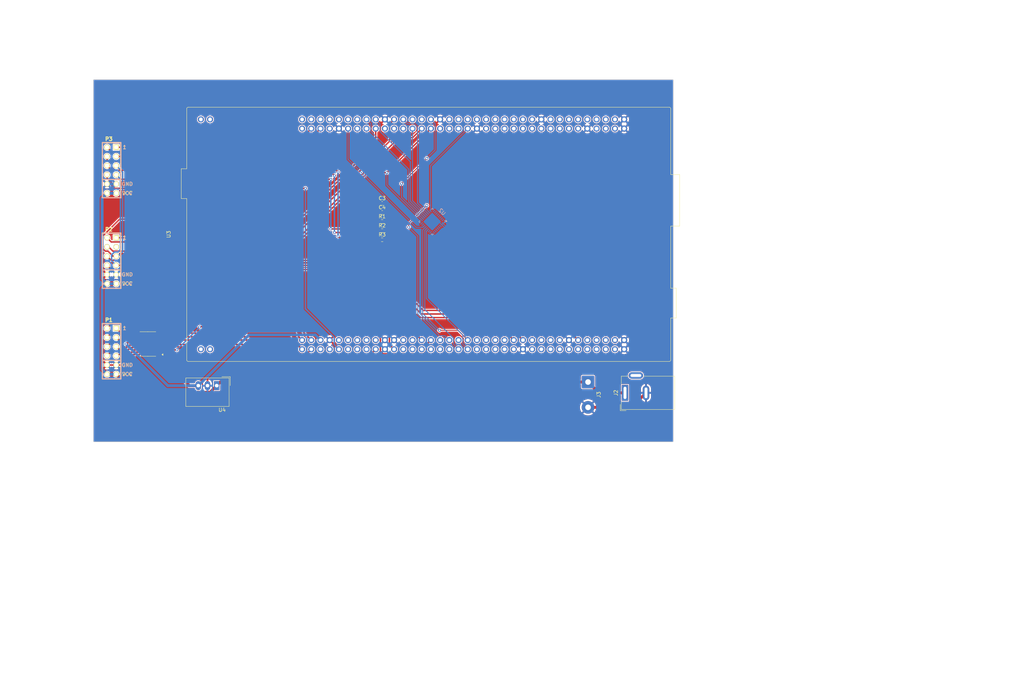
<source format=kicad_pcb>
(kicad_pcb (version 20240108) (generator "pcbnew") (generator_version "8.0")
  (layers (0 "F.Cu" signal) (31 "B.Cu" signal) (34 "B.Paste" user) (35 "F.Paste" user) (36 "B.SilkS" user "B.Silkscreen") (37 "F.SilkS" user "F.Silkscreen") (38 "B.Mask" user) (39 "F.Mask" user) (44 "Edge.Cuts" user))
  (net 0 "")
  (net 1 "GND")
  (net 11 "+5VD")
  (net 16 "Net-(U2-VDDA1.8)")
  (net 26 "SAI_SD_B")
  (net 37 "ULPI_D5")
  (net 44 "SAI_SCK_A")
  (net 46 "ULPI_D1")
  (net 48 "40 m")
  (net 54 "30 m")
  (net 57 "20 m")
  (net 58 "USB_DM")
  (net 64 "TX~{RX}")
  (net 68 "17 m")
  (net 69 "Net-(C2-Pad1)")
  (net 70 "15 m")
  (net 71 "ULPI_STP")
  (net 76 "SAI_FS_A")
  (net 77 "12 m")
  (net 80 "10 m")
  (net 84 "SAI_SD_A")
  (net 87 "~{CS}")
  (net 88 "SCLK")
  (net 91 "~{RESET}")
  (net 98 "MISO")
  (net 99 "MOSI")
  (net 101 "ULPI_D6")
  (net 105 "+3.3V")
  (net 110 "SAI_SCK_B")
  (net 114 "SAI_MCLK_B")
  (net 119 "ULPI_RESET")
  (net 122 "+12V")
  (net 123 "SDA")
  (net 124 "TX_I")
  (net 125 "TX_Q")
  (net 126 "RX_Q")
  (net 127 "RX_I")
  (net 129 "INT")
  (net 130 "SCL")
  (net 131 "ULPI_D4")
  (net 132 "ULPI_D0")
  (net 133 "ULPI_D3")
  (net 134 "ULPI_NXT")
  (net 135 "USB_DP")
  (net 137 "Net-(U2-XI)")
  (net 138 "USB_VBUS")
  (net 139 "ULPI_D2")
  (net 140 "ULPI_CLKOUT")
  (net 141 "Net-(U2-XO)")
  (net 142 "Net-(U2-RBIAS)")
  (net 143 "ULPI_DIR")
  (net 144 "Net-(J1-VBUS)")
  (net 149 "SAI_FS_B")
  (net 150 "SAI_MCLK_A")
  (net 151 "UI0")
  (net 152 "UI1")
  (footprint "Resistor_SMD:R_0603_1608Metric" (layer "F.Cu") (at 95.41 61.396)
    (property "Reference" "R3")
    (property "Value" "R")
  )
  (footprint "Capacitor_SMD:C_0603_1608Metric" (layer "F.Cu") (at 95.41 51.356)
    (property "Reference" "C3")
    (property "Value" "C")
  )
  (footprint "Package_SO:HTSSOP-20-1EP_4.4x6.5mm_P0.65mm_EP2.85x4mm" (layer "F.Cu") (at 30.735 90.186 180)
    (property "Reference" "U1" (hide yes))
    (property "Value" "MAX4820xUP")
  )
  (footprint "Resistor_SMD:R_0603_1608Metric" (layer "F.Cu") (at 95.41 58.886)
    (property "Reference" "R2")
    (property "Value" "R")
  )
  (footprint "Capacitor_SMD:C_0603_1608Metric" (layer "F.Cu") (at 95.41 53.866)
    (property "Reference" "C4")
    (property "Value" "C")
  )
  (footprint "Converter_DCDC:Converter_DCDC_TRACO_TSR-1_THT" (layer "F.Cu") (at 49.735 101.686 180)
    (property "Reference" "U4")
    (property "Value" "TSR_1-2450")
  )
  (footprint "pmod-conn_6x2:pmod_pin_array_6x2" (layer "F.Cu") (at 20.735 92.186)
    (property "Reference" "P1")
    (property "Value" "PMOD-Device-x2-Type-Generic-Alt" (hide yes))
  )
  (footprint "Connector_Wire:SolderWire-0.75sqmm_1x02_P7mm_D1.25mm_OD3.5mm" (layer "F.Cu") (at 152.235 100.686 -90)
    (property "Reference" "J3")
    (property "Value" "Conn_01x02")
  )
  (footprint "pmod-conn_6x2:pmod_pin_array_6x2" (layer "F.Cu") (at 20.735 67.186)
    (property "Reference" "P2")
    (property "Value" "PMOD-Device-x2-Type-Generic-Alt" (hide yes))
  )
  (footprint "Resistor_SMD:R_0603_1608Metric" (layer "F.Cu") (at 95.41 56.376)
    (property "Reference" "R1")
    (property "Value" "12 kR 1%")
  )
  (footprint "Connector_BarrelJack:BarrelJack_Wuerth_6941xx301002" (layer "F.Cu") (at 162.435 103.686 90)
    (property "Reference" "J2")
    (property "Value" "Barrel_Jack_Switch")
  )
  (footprint "pmod-conn_6x2:pmod_pin_array_6x2" (layer "F.Cu") (at 20.735 42.186)
    (property "Reference" "P3")
    (property "Value" "PMOD-Device-x2-Type-Generic-Alt" (hide yes))
  )
  (footprint "Module:ST_Morpho_Connector_144_STLink" (layer "F.Cu") (at 73.305 91.646 90)
    (property "Reference" "U3")
    (property "Value" "NUCLEO144-F767ZI")
  )
  (footprint "Package_DFN_QFN:QFN-32-1EP_5x5mm_P0.5mm_EP3.45x3.45mm" (layer "B.Cu") (at 109.235 56.396 135)
    (property "Reference" "U2")
    (property "Value" "USB3300-EZK")
  )
  (gr_rect (start 15.735 17.186) (end 175.735 117.186) (stroke (width 0.1)) (fill none) (layer "Edge.Cuts"))
  (segment (start 22.005 95.996) (end 27.325 95.996) (width 0.4) (layer "F.Cu") (net 1))
  (segment (start 27.8725 87.911) (end 28.669878 87.911) (width 0.4) (layer "F.Cu") (net 1))
  (segment (start 152.235 107.686) (end 164.235 107.686) (width 0.8) (layer "F.Cu") (net 1))
  (segment (start 27.8725 91.811) (end 29.11 91.811) (width 0.4) (layer "F.Cu") (net 1))
  (segment (start 32.800122 87.911) (end 30.735 89.976122) (width 0.4) (layer "F.Cu") (net 1))
  (segment (start 164.235 107.686) (end 168.235 103.686) (width 0.8) (layer "F.Cu") (net 1))
  (segment (start 30.735 92.586) (end 30.735 90.186) (width 0.4) (layer "F.Cu") (net 1))
  (segment (start 28.669878 87.911) (end 30.735 89.976122) (width 0.4) (layer "F.Cu") (net 1))
  (segment (start 19.465 95.996) (end 22.005 95.996) (width 0.4) (layer "F.Cu") (net 1))
  (segment (start 29.11 91.811) (end 30.735 90.186) (width 0.4) (layer "F.Cu") (net 1))
  (segment (start 27.325 95.996) (end 30.735 92.586) (width 0.4) (layer "F.Cu") (net 1))
  (segment (start 33.5975 87.911) (end 32.800122 87.911) (width 0.4) (layer "F.Cu") (net 1))
  (segment (start 30.735 89.976122) (end 30.735 90.186) (width 0.4) (layer "F.Cu") (net 1))
  (segment (start 19.465 45.996) (end 22.005 45.996) (width 0.8) (layer "B.Cu") (net 1))
  (segment (start 44.655 101.686) (end 42.1725 101.686) (width 0.8) (layer "F.Cu") (net 11))
  (segment (start 33.5975 92.461) (end 33.5975 93.111) (width 0.4) (layer "F.Cu") (net 11))
  (segment (start 25.06 89.861) (end 24.735 90.186) (width 0.4) (layer "F.Cu") (net 11))
  (segment (start 42.1725 101.686) (end 33.5975 93.111) (width 0.8) (layer "F.Cu") (net 11))
  (segment (start 27.8725 89.861) (end 25.06 89.861) (width 0.4) (layer "F.Cu") (net 11))
  (via (at 24.735 90.186) (size 0.8) (drill 0.4) (layers "F.Cu" "B.Cu") (net 11))
  (segment (start 76.935 87.656) (end 58.685 87.656) (width 0.8) (layer "B.Cu") (net 11))
  (segment (start 36.235 101.686) (end 44.655 101.686) (width 0.8) (layer "B.Cu") (net 11))
  (segment (start 58.685 87.656) (end 44.655 101.686) (width 0.8) (layer "B.Cu") (net 11))
  (segment (start 24.735 90.186) (end 36.235 101.686) (width 0.8) (layer "B.Cu") (net 11))
  (segment (start 78.385 89.106) (end 76.935 87.656) (width 0.8) (layer "B.Cu") (net 11))
  (segment (start 19.465 44.352683) (end 20.735 45.622683) (width 0.4) (layer "F.Cu") (net 26))
  (segment (start 40.735 47.186) (end 74.235 47.186) (width 0.4) (layer "F.Cu") (net 26))
  (segment (start 20.735 46.369317) (end 21.551683 47.186) (width 0.4) (layer "F.Cu") (net 26))
  (segment (start 21.551683 47.186) (end 40.735 47.186) (width 0.4) (layer "F.Cu") (net 26))
  (segment (start 20.735 45.622683) (end 20.735 46.369317) (width 0.4) (layer "F.Cu") (net 26))
  (segment (start 19.465 43.456) (end 19.465 44.352683) (width 0.4) (layer "F.Cu") (net 26))
  (via (at 74.235 47.186) (size 0.8) (drill 0.4) (layers "F.Cu" "B.Cu") (net 26))
  (segment (start 74.235 47.186) (end 74.235 80.456) (width 0.4) (layer "B.Cu") (net 26))
  (segment (start 82.175 90.356) (end 83.465 91.646) (width 0.4) (layer "B.Cu") (net 26))
  (segment (start 74.235 80.456) (end 82.175 88.396) (width 0.4) (layer "B.Cu") (net 26))
  (segment (start 82.175 88.396) (end 82.175 90.356) (width 0.4) (layer "B.Cu") (net 26))
  (segment (start 91.085 28.146) (end 92.26 29.321) (width 0.25) (layer "B.Cu") (net 37))
  (segment (start 92.26 29.321) (end 92.26 31.421) (width 0.25) (layer "B.Cu") (net 37))
  (segment (start 92.26 31.421) (end 102.735 41.896) (width 0.25) (layer "B.Cu") (net 37))
  (segment (start 102.735 50.95666) (end 106.981097 55.202757) (width 0.25) (layer "B.Cu") (net 37))
  (segment (start 102.735 41.896) (end 102.735 50.95666) (width 0.25) (layer "B.Cu") (net 37))
  (segment (start 20.735 41.289317) (end 21.631683 42.186) (width 0.4) (layer "F.Cu") (net 44))
  (segment (start 21.631683 42.186) (end 40.235 42.186) (width 0.4) (layer "F.Cu") (net 44))
  (segment (start 80.735 42.186) (end 82.235 43.686) (width 0.4) (layer "F.Cu") (net 44))
  (segment (start 82.235 59.396) (end 83.735 59.396) (width 0.4) (layer "F.Cu") (net 44))
  (segment (start 106.235 81.896) (end 127.055 81.896) (width 0.4) (layer "F.Cu") (net 44))
  (segment (start 19.465 39.272683) (end 20.735 40.542683) (width 0.4) (layer "F.Cu") (net 44))
  (segment (start 40.235 42.186) (end 80.735 42.186) (width 0.4) (layer "F.Cu") (net 44))
  (segment (start 83.735 59.396) (end 106.235 81.896) (width 0.4) (layer "F.Cu") (net 44))
  (segment (start 127.055 81.896) (end 134.265 89.106) (width 0.4) (layer "F.Cu") (net 44))
  (segment (start 20.735 40.542683) (end 20.735 41.289317) (width 0.4) (layer "F.Cu") (net 44))
  (segment (start 19.465 38.376) (end 19.465 39.272683) (width 0.4) (layer "F.Cu") (net 44))
  (via (at 82.235 43.686) (size 0.8) (drill 0.4) (layers "F.Cu" "B.Cu") (net 44))
  (via (at 82.235 59.396) (size 0.8) (drill 0.4) (layers "F.Cu" "B.Cu") (net 44))
  (segment (start 82.235 43.686) (end 82.235 59.396) (width 0.4) (layer "B.Cu") (net 44))
  (segment (start 102.735 56.896) (end 107.735 51.896) (width 0.25) (layer "F.Cu") (net 46))
  (segment (start 102.735 57.896) (end 102.735 56.896) (width 0.25) (layer "F.Cu") (net 46))
  (via (at 102.735 57.896) (size 0.8) (drill 0.4) (layers "F.Cu" "B.Cu") (net 46))
  (via (at 107.735 51.896) (size 0.8) (drill 0.4) (layers "F.Cu" "B.Cu") (net 46))
  (segment (start 113.945 89.106) (end 112.77 87.931) (width 0.25) (layer "B.Cu") (net 46))
  (segment (start 112.77 87.931) (end 111.27 87.931) (width 0.25) (layer "B.Cu") (net 46))
  (segment (start 107.735 51.896) (end 107.735 53.128233) (width 0.25) (layer "B.Cu") (net 46))
  (segment (start 111.27 87.931) (end 105.235 81.896) (width 0.25) (layer "B.Cu") (net 46))
  (segment (start 105.235 60.396) (end 102.735 57.896) (width 0.25) (layer "B.Cu") (net 46))
  (segment (start 107.735 53.128233) (end 108.395311 53.788544) (width 0.25) (layer "B.Cu") (net 46))
  (segment (start 105.235 81.896) (end 105.235 60.396) (width 0.25) (layer "B.Cu") (net 46))
  (segment (start 27.8725 93.111) (end 22.35 93.111) (width 0.4) (layer "F.Cu") (net 48))
  (segment (start 22.35 93.111) (end 22.005 93.456) (width 0.4) (layer "F.Cu") (net 48))
  (segment (start 27.8725 92.461) (end 22.653317 92.461) (width 0.4) (layer "F.Cu") (net 54))
  (segment (start 22.378317 92.186) (end 20.735 92.186) (width 0.4) (layer "F.Cu") (net 54))
  (segment (start 22.653317 92.461) (end 22.378317 92.186) (width 0.4) (layer "F.Cu") (net 54))
  (segment (start 20.735 92.186) (end 19.465 93.456) (width 0.4) (layer "F.Cu") (net 54))
  (segment (start 25.440057 91.677999) (end 22.766999 91.677999) (width 0.4) (layer "F.Cu") (net 57))
  (segment (start 27.8725 91.161) (end 25.957056 91.161) (width 0.4) (layer "F.Cu") (net 57))
  (segment (start 25.957056 91.161) (end 25.440057 91.677999) (width 0.4) (layer "F.Cu") (net 57))
  (segment (start 22.766999 91.677999) (end 22.005 90.916) (width 0.4) (layer "F.Cu") (net 57))
  (segment (start 19.465 85.836) (end 20.627 84.674) (width 0.4) (layer "F.Cu") (net 64))
  (segment (start 31.0105 84.674) (end 33.5975 87.261) (width 0.4) (layer "F.Cu") (net 64))
  (segment (start 20.627 84.674) (end 31.0105 84.674) (width 0.4) (layer "F.Cu") (net 64))
  (segment (start 25.087082 91.036) (end 23.768317 91.036) (width 0.4) (layer "F.Cu") (net 68))
  (segment (start 27.8725 90.511) (end 25.612082 90.511) (width 0.4) (layer "F.Cu") (net 68))
  (segment (start 22.486317 89.754) (end 20.627 89.754) (width 0.4) (layer "F.Cu") (net 68))
  (segment (start 20.627 89.754) (end 19.465 90.916) (width 0.4) (layer "F.Cu") (net 68))
  (segment (start 25.612082 90.511) (end 25.087082 91.036) (width 0.4) (layer "F.Cu") (net 68))
  (segment (start 23.768317 91.036) (end 22.486317 89.754) (width 0.4) (layer "F.Cu") (net 68))
  (segment (start 25.962082 89.211) (end 25.587082 88.836) (width 0.4) (layer "F.Cu") (net 70))
  (segment (start 24.580919 89.137999) (end 22.766999 89.137999) (width 0.4) (layer "F.Cu") (net 70))
  (segment (start 25.587082 88.836) (end 24.882918 88.836) (width 0.4) (layer "F.Cu") (net 70))
  (segment (start 24.882918 88.836) (end 24.580919 89.137999) (width 0.4) (layer "F.Cu") (net 70))
  (segment (start 27.8725 89.211) (end 25.962082 89.211) (width 0.4) (layer "F.Cu") (net 70))
  (segment (start 22.766999 89.137999) (end 22.005 88.376) (width 0.4) (layer "F.Cu") (net 70))
  (segment (start 116.315 86.396) (end 111.235 86.396) (width 0.25) (layer "F.Cu") (net 71))
  (segment (start 119.025 89.106) (end 116.315 86.396) (width 0.25) (layer "F.Cu") (net 71))
  (via (at 111.235 86.396) (size 0.8) (drill 0.4) (layers "F.Cu" "B.Cu") (net 71))
  (segment (start 106.600843 58.676604) (end 107.334651 57.942796) (width 0.25) (layer "B.Cu") (net 71))
  (segment (start 111.235 86.396) (end 106.600843 81.761843) (width 0.25) (layer "B.Cu") (net 71))
  (segment (start 106.600843 81.761843) (end 106.600843 58.676604) (width 0.25) (layer "B.Cu") (net 71))
  (segment (start 125.515 82.896) (end 131.725 89.106) (width 0.4) (layer "F.Cu") (net 76))
  (segment (start 19.465 35.836) (end 20.627 36.998) (width 0.4) (layer "F.Cu") (net 76))
  (segment (start 25.135 41.586) (end 42.135 41.586) (width 0.4) (layer "F.Cu") (net 76))
  (segment (start 82.135 41.586) (end 83.235 42.686) (width 0.4) (layer "F.Cu") (net 76))
  (segment (start 21.303 39.754) (end 23.303 39.754) (width 0.4) (layer "F.Cu") (net 76))
  (segment (start 105.735 82.896) (end 125.515 82.896) (width 0.4) (layer "F.Cu") (net 76))
  (segment (start 42.135 41.586) (end 82.135 41.586) (width 0.4) (layer "F.Cu") (net 76))
  (segment (start 23.303 39.754) (end 25.135 41.586) (width 0.4) (layer "F.Cu") (net 76))
  (segment (start 20.627 39.078) (end 21.303 39.754) (width 0.4) (layer "F.Cu") (net 76))
  (segment (start 20.627 36.998) (end 20.627 39.078) (width 0.4) (layer "F.Cu") (net 76))
  (segment (start 83.235 60.396) (end 105.735 82.896) (width 0.4) (layer "F.Cu") (net 76))
  (via (at 83.235 60.396) (size 0.8) (drill 0.4) (layers "F.Cu" "B.Cu") (net 76))
  (via (at 83.235 42.686) (size 0.8) (drill 0.4) (layers "F.Cu" "B.Cu") (net 76))
  (segment (start 83.235 42.686) (end 83.235 60.396) (width 0.4) (layer "B.Cu") (net 76))
  (segment (start 24.38439 88.486) (end 23.758317 88.486) (width 0.4) (layer "F.Cu") (net 77))
  (segment (start 27.8725 88.561) (end 26.16061 88.561) (width 0.4) (layer "F.Cu") (net 77))
  (segment (start 26.16061 88.561) (end 25.83561 88.236) (width 0.4) (layer "F.Cu") (net 77))
  (segment (start 20.627 87.214) (end 19.465 88.376) (width 0.4) (layer "F.Cu") (net 77))
  (segment (start 24.63439 88.236) (end 24.38439 88.486) (width 0.4) (layer "F.Cu") (net 77))
  (segment (start 22.486317 87.214) (end 20.627 87.214) (width 0.4) (layer "F.Cu") (net 77))
  (segment (start 23.758317 88.486) (end 22.486317 87.214) (width 0.4) (layer "F.Cu") (net 77))
  (segment (start 25.83561 88.236) (end 24.63439 88.236) (width 0.4) (layer "F.Cu") (net 77))
  (segment (start 27.8725 87.261) (end 23.43 87.261) (width 0.4) (layer "F.Cu") (net 80))
  (segment (start 23.43 87.261) (end 22.005 85.836) (width 0.4) (layer "F.Cu") (net 80))
  (segment (start 106.735 80.896) (end 141.295 80.896) (width 0.4) (layer "F.Cu") (net 84))
  (segment (start 20.843 44.153317) (end 21.375683 44.686) (width 0.4) (layer "F.Cu") (net 84))
  (segment (start 84.235 58.396) (end 106.735 80.896) (width 0.4) (layer "F.Cu") (net 84))
  (segment (start 40.735 44.686) (end 81.235 44.686) (width 0.4) (layer "F.Cu") (net 84))
  (segment (start 20.843 42.294) (end 20.843 44.153317) (width 0.4) (layer "F.Cu") (net 84))
  (segment (start 81.235 58.396) (end 84.235 58.396) (width 0.4) (layer "F.Cu") (net 84))
  (segment (start 19.465 40.916) (end 20.843 42.294) (width 0.4) (layer "F.Cu") (net 84))
  (segment (start 141.295 80.896) (end 149.505 89.106) (width 0.4) (layer "F.Cu") (net 84))
  (segment (start 21.375683 44.686) (end 40.735 44.686) (width 0.4) (layer "F.Cu") (net 84))
  (via (at 81.235 44.686) (size 0.8) (drill 0.4) (layers "F.Cu" "B.Cu") (net 84))
  (via (at 81.235 58.396) (size 0.8) (drill 0.4) (layers "F.Cu" "B.Cu") (net 84))
  (segment (start 81.235 44.686) (end 81.235 58.396) (width 0.4) (layer "B.Cu") (net 84))
  (segment (start 38.382918 90.336) (end 69.378705 90.336) (width 0.4) (layer "F.Cu") (net 87))
  (segment (start 69.378705 90.336) (end 72.538705 93.496) (width 0.4) (layer "F.Cu") (net 87))
  (segment (start 37.557918 91.161) (end 38.382918 90.336) (width 0.4) (layer "F.Cu") (net 87))
  (segment (start 33.5975 91.161) (end 37.557918 91.161) (width 0.4) (layer "F.Cu") (net 87))
  (segment (start 72.538705 93.496) (end 91.775 93.496) (width 0.4) (layer "F.Cu") (net 87))
  (segment (start 91.775 93.496) (end 93.625 91.646) (width 0.4) (layer "F.Cu") (net 87))
  (segment (start 36.268406 88.186) (end 69.845 88.186) (width 0.4) (layer "F.Cu") (net 88))
  (segment (start 33.5975 89.861) (end 34.593406 89.861) (width 0.4) (layer "F.Cu") (net 88))
  (segment (start 69.845 88.186) (end 73.305 91.646) (width 0.4) (layer "F.Cu") (net 88))
  (segment (start 34.593406 89.861) (end 36.268406 88.186) (width 0.4) (layer "F.Cu") (net 88))
  (segment (start 75.845 89.106) (end 72.135 85.396) (width 0.4) (layer "F.Cu") (net 91))
  (segment (start 72.135 85.396) (end 45.15 85.396) (width 0.4) (layer "F.Cu") (net 91))
  (segment (start 33.5975 91.811) (end 38.735 91.811) (width 0.4) (layer "F.Cu") (net 91))
  (via (at 45.0475 85.4985) (size 0.8) (drill 0.4) (layers "F.Cu" "B.Cu") (net 91))
  (via (at 38.735 91.811) (size 0.8) (drill 0.4) (layers "F.Cu" "B.Cu") (net 91))
  (segment (start 45.15 85.396) (end 38.735 91.811) (width 0.4) (layer "B.Cu") (net 91))
  (segment (start 33.5975 89.211) (end 34.394878 89.211) (width 0.4) (layer "F.Cu") (net 98))
  (segment (start 71.385 87.186) (end 73.305 89.106) (width 0.4) (layer "F.Cu") (net 98))
  (segment (start 36.419878 87.186) (end 71.385 87.186) (width 0.4) (layer "F.Cu") (net 98))
  (segment (start 34.394878 89.211) (end 36.419878 87.186) (width 0.4) (layer "F.Cu") (net 98))
  (segment (start 36.835 89.086) (end 68.977233 89.086) (width 0.4) (layer "F.Cu") (net 99))
  (segment (start 72.787233 92.896) (end 74.595 92.896) (width 0.4) (layer "F.Cu") (net 99))
  (segment (start 33.5975 90.511) (end 35.41 90.511) (width 0.4) (layer "F.Cu") (net 99))
  (segment (start 68.977233 89.086) (end 72.787233 92.896) (width 0.4) (layer "F.Cu") (net 99))
  (segment (start 35.41 90.511) (end 36.835 89.086) (width 0.4) (layer "F.Cu") (net 99))
  (segment (start 74.595 92.896) (end 75.845 91.646) (width 0.4) (layer "F.Cu") (net 99))
  (segment (start 107.735 38.896) (end 100.735 45.896) (width 0.25) (layer "F.Cu") (net 101))
  (via (at 107.735 38.896) (size 0.8) (drill 0.4) (layers "F.Cu" "B.Cu") (net 101))
  (via (at 100.735 45.896) (size 0.8) (drill 0.4) (layers "F.Cu" "B.Cu") (net 101))
  (segment (start 100.735 45.896) (end 100.735 49.663767) (width 0.25) (layer "B.Cu") (net 101))
  (segment (start 110.04 29.321) (end 110.04 36.591) (width 0.25) (layer "B.Cu") (net 101))
  (segment (start 100.735 49.663767) (end 106.627544 55.556311) (width 0.25) (layer "B.Cu") (net 101))
  (segment (start 108.865 28.146) (end 110.04 29.321) (width 0.25) (layer "B.Cu") (net 101))
  (segment (start 110.04 36.591) (end 107.735 38.896) (width 0.25) (layer "B.Cu") (net 101))
  (segment (start 47.885 103.536) (end 27.005 103.536) (width 0.8) (layer "F.Cu") (net 122))
  (segment (start 27.005 103.536) (end 22.005 98.536) (width 0.8) (layer "F.Cu") (net 122))
  (segment (start 152.235 100.686) (end 50.735 100.686) (width 0.8) (layer "F.Cu") (net 122))
  (segment (start 50.735 100.686) (end 49.735 101.686) (width 0.8) (layer "F.Cu") (net 122))
  (segment (start 49.735 101.686) (end 47.885 103.536) (width 0.8) (layer "F.Cu") (net 122))
  (segment (start 162.435 103.686) (end 155.235 103.686) (width 0.8) (layer "F.Cu") (net 122))
  (segment (start 155.235 103.686) (end 152.235 100.686) (width 0.8) (layer "F.Cu") (net 122))
  (segment (start 22.005 48.536) (end 19.465 48.536) (width 0.8) (layer "B.Cu") (net 122))
  (segment (start 18.103 74.898) (end 18.103 97.174) (width 0.8) (layer "B.Cu") (net 122))
  (segment (start 18.103 97.174) (end 19.465 98.536) (width 0.8) (layer "B.Cu") (net 122))
  (segment (start 22.005 73.536) (end 19.465 73.536) (width 0.8) (layer "B.Cu") (net 122))
  (segment (start 19.465 73.536) (end 18.103 74.898) (width 0.8) (layer "B.Cu") (net 122))
  (segment (start 18.103 72.174) (end 19.465 73.536) (width 0.8) (layer "B.Cu") (net 122))
  (segment (start 22.005 98.536) (end 19.465 98.536) (width 0.8) (layer "B.Cu") (net 122))
  (segment (start 19.465 48.536) (end 18.103 49.898) (width 0.8) (layer "B.Cu") (net 122))
  (segment (start 18.103 49.898) (end 18.103 72.174) (width 0.8) (layer "B.Cu") (net 122))
  (segment (start 97.415 85.076) (end 81.13 68.791) (width 0.4) (layer "F.Cu") (net 123))
  (segment (start 98.705 91.646) (end 97.415 90.356) (width 0.4) (layer "F.Cu") (net 123))
  (segment (start 97.415 90.356) (end 97.415 85.076) (width 0.4) (layer "F.Cu") (net 123))
  (segment (start 80.795 68.456) (end 81.13 68.791) (width 0.4) (layer "F.Cu") (net 123))
  (segment (start 22.005 68.456) (end 80.795 68.456) (width 0.4) (layer "F.Cu") (net 123))
  (segment (start 23.167 44.618) (end 23.167 64.073317) (width 0.4) (layer "B.Cu") (net 123))
  (segment (start 22.005 43.456) (end 23.167 44.618) (width 0.4) (layer "B.Cu") (net 123))
  (segment (start 21.523683 64.754) (end 20.735 65.542683) (width 0.4) (layer "B.Cu") (net 123))
  (segment (start 20.735 65.542683) (end 20.735 67.186) (width 0.4) (layer "B.Cu") (net 123))
  (segment (start 23.167 64.073317) (end 22.486317 64.754) (width 0.4) (layer "B.Cu") (net 123))
  (segment (start 22.486317 64.754) (end 21.523683 64.754) (width 0.4) (layer "B.Cu") (net 123))
  (segment (start 20.735 67.186) (end 22.005 68.456) (width 0.4) (layer "B.Cu") (net 123))
  (segment (start 20.627 61.998) (end 19.465 60.836) (width 0.4) (layer "F.Cu") (net 124))
  (segment (start 100.047 33.186) (end 71.235 61.998) (width 0.4) (layer "F.Cu") (net 124))
  (segment (start 71.235 61.998) (end 20.627 61.998) (width 0.4) (layer "F.Cu") (net 124))
  (segment (start 106.325 30.686) (end 103.825 33.186) (width 0.4) (layer "F.Cu") (net 124))
  (segment (start 103.825 33.186) (end 100.047 33.186) (width 0.4) (layer "F.Cu") (net 124))
  (segment (start 108.865 30.686) (end 96.695 42.856) (width 0.4) (layer "F.Cu") (net 125))
  (segment (start 91.417 42.856) (end 69.735 64.538) (width 0.4) (layer "F.Cu") (net 125))
  (segment (start 19.925 63.376) (end 19.465 63.376) (width 0.4) (layer "F.Cu") (net 125))
  (segment (start 21.087 64.538) (end 19.925 63.376) (width 0.4) (layer "F.Cu") (net 125))
  (segment (start 96.695 42.856) (end 91.417 42.856) (width 0.4) (layer "F.Cu") (net 125))
  (segment (start 69.735 64.538) (end 21.087 64.538) (width 0.4) (layer "F.Cu") (net 125))
  (via (at 96.695 42.856) (size 0.8) (drill 0.4) (layers "F.Cu" "B.Cu") (net 125))
  (segment (start 96.695 46.330874) (end 96.695 42.856) (width 0.25) (layer "B.Cu") (net 125))
  (segment (start 106.27399 55.909864) (end 96.695 46.330874) (width 0.25) (layer "B.Cu") (net 125))
  (segment (start 77.353884 71.067116) (end 94.915 88.628233) (width 0.4) (layer "F.Cu") (net 126))
  (segment (start 19.465 68.456) (end 20.627 69.618) (width 0.4) (layer "F.Cu") (net 126))
  (segment (start 94.915 92.163767) (end 95.647233 92.896) (width 0.4) (layer "F.Cu") (net 126))
  (segment (start 94.915 88.628233) (end 94.915 92.163767) (width 0.4) (layer "F.Cu") (net 126))
  (segment (start 75.904768 69.618) (end 77.353884 71.067116) (width 0.4) (layer "F.Cu") (net 126))
  (segment (start 107.615 90.356) (end 108.865 89.106) (width 0.4) (layer "F.Cu") (net 126))
  (segment (start 107.615 92.123767) (end 107.615 90.356) (width 0.4) (layer "F.Cu") (net 126))
  (segment (start 20.627 69.618) (end 75.904768 69.618) (width 0.4) (layer "F.Cu") (net 126))
  (segment (start 95.647233 92.896) (end 106.842767 92.896) (width 0.4) (layer "F.Cu") (net 126))
  (segment (start 106.842767 92.896) (end 107.615 92.123767) (width 0.4) (layer "F.Cu") (net 126))
  (segment (start 20.627 67.078) (end 84.297 67.078) (width 0.4) (layer "F.Cu") (net 127))
  (segment (start 19.465 65.916) (end 20.627 67.078) (width 0.4) (layer "F.Cu") (net 127))
  (segment (start 84.57 67.351) (end 106.325 89.106) (width 0.4) (layer "F.Cu") (net 127))
  (segment (start 84.297 67.078) (end 84.57 67.351) (width 0.4) (layer "F.Cu") (net 127))
  (segment (start 97.455 34.176) (end 70.795 60.836) (width 0.4) (layer "F.Cu") (net 129))
  (segment (start 22.005 60.836) (end 70.735 60.836) (width 0.4) (layer "F.Cu") (net 129))
  (segment (start 97.455 29.396) (end 97.455 34.176) (width 0.4) (layer "F.Cu") (net 129))
  (segment (start 98.705 28.146) (end 97.455 29.396) (width 0.4) (layer "F.Cu") (net 129))
  (segment (start 70.795 60.836) (end 70.735 60.836) (width 0.4) (layer "F.Cu") (net 129))
  (segment (start 18.303 60.354683) (end 22.971683 55.686) (width 0.4) (layer "F.Cu") (net 130))
  (segment (start 19.730317 64.538) (end 18.983683 64.538) (width 0.4) (layer "F.Cu") (net 130))
  (segment (start 72.735 55.686) (end 72.235 55.686) (width 0.4) (layer "F.Cu") (net 130))
  (segment (start 22.971683 55.686) (end 72.235 55.686) (width 0.4) (layer "F.Cu") (net 130))
  (segment (start 21.108317 65.916) (end 19.730317 64.538) (width 0.4) (layer "F.Cu") (net 130))
  (segment (start 18.983683 64.538) (end 18.303 63.857317) (width 0.4) (layer "F.Cu") (net 130))
  (segment (start 18.303 63.857317) (end 18.303 60.354683) (width 0.4) (layer "F.Cu") (net 130))
  (segment (start 93.625 34.796) (end 72.735 55.686) (width 0.4) (layer "F.Cu") (net 130))
  (segment (start 22.005 65.916) (end 21.108317 65.916) (width 0.4) (layer "F.Cu") (net 130))
  (segment (start 93.625 30.686) (end 93.625 34.796) (width 0.4) (layer "F.Cu") (net 130))
  (segment (start 23.767 64.654) (end 22.505 65.916) (width 0.4) (layer "B.Cu") (net 130))
  (segment (start 23.767 42.678) (end 23.767 64.654) (width 0.4) (layer "B.Cu") (net 130))
  (segment (start 22.505 65.916) (end 22.005 65.916) (width 0.4) (layer "B.Cu") (net 130))
  (segment (start 22.005 40.916) (end 23.767 42.678) (width 0.4) (layer "B.Cu") (net 130))
  (segment (start 103.185 50.699553) (end 103.185 39.846) (width 0.25) (layer "B.Cu") (net 131))
  (segment (start 103.185 39.846) (end 94.8 31.461) (width 0.25) (layer "B.Cu") (net 131))
  (segment (start 107.334651 54.849204) (end 103.185 50.699553) (width 0.25) (layer "B.Cu") (net 131))
  (segment (start 94.8 31.461) (end 94.8 29.321) (width 0.25) (layer "B.Cu") (net 131))
  (segment (start 94.8 29.321) (end 93.625 28.146) (width 0.25) (layer "B.Cu") (net 131))
  (segment (start 108.748864 53.43499) (end 108.748864 40.962136) (width 0.25) (layer "B.Cu") (net 132))
  (segment (start 108.748864 40.962136) (end 119.025 30.686) (width 0.25) (layer "B.Cu") (net 132))
  (segment (start 103.785 50.592447) (end 103.785 30.686) (width 0.25) (layer "B.Cu") (net 133))
  (segment (start 107.688204 54.495651) (end 103.785 50.592447) (width 0.25) (layer "B.Cu") (net 133))
  (segment (start 107.626516 59.065144) (end 108.041757 58.649903) (width 0.25) (layer "B.Cu") (net 134))
  (segment (start 107.626516 77.65112) (end 107.626516 59.065144) (width 0.25) (layer "B.Cu") (net 134))
  (segment (start 119.025 91.646) (end 117.66 90.281) (width 0.25) (layer "B.Cu") (net 134))
  (segment (start 117.66 87.684604) (end 107.626516 77.65112) (width 0.25) (layer "B.Cu") (net 134))
  (segment (start 117.66 90.281) (end 117.66 87.684604) (width 0.25) (layer "B.Cu") (net 134))
  (segment (start 105.15 51.25034) (end 105.15 30.311) (width 0.25) (layer "B.Cu") (net 139))
  (segment (start 102.42 29.321) (end 101.245 28.146) (width 0.25) (layer "B.Cu") (net 139))
  (segment (start 104.16 29.321) (end 102.42 29.321) (width 0.25) (layer "B.Cu") (net 139))
  (segment (start 108.041757 54.142097) (end 105.15 51.25034) (width 0.25) (layer "B.Cu") (net 139))
  (segment (start 105.15 30.311) (end 104.16 29.321) (width 0.25) (layer "B.Cu") (net 139))
  (segment (start 86.005 39.166) (end 86.005 30.686) (width 0.25) (layer "B.Cu") (net 140))
  (segment (start 106.981097 57.589243) (end 106.636567 57.933773) (width 0.25) (layer "B.Cu") (net 140))
  (segment (start 106.636567 57.933773) (end 104.772773 57.933773) (width 0.25) (layer "B.Cu") (net 140))
  (segment (start 104.772773 57.933773) (end 86.005 39.166) (width 0.25) (layer "B.Cu") (net 140))
  (segment (start 107.176516 58.808037) (end 107.176516 80.675815) (width 0.25) (layer "B.Cu") (net 143))
  (segment (start 107.688204 58.296349) (end 107.176516 58.808037) (width 0.25) (layer "B.Cu") (net 143))
  (segment (start 107.176516 80.675815) (end 111.565851 85.065149) (width 0.25) (layer "B.Cu") (net 143))
  (segment (start 116.485 91.646) (end 115.12 90.281) (width 0.25) (layer "B.Cu") (net 143))
  (segment (start 115.12 88.619298) (end 111.565851 85.065149) (width 0.25) (layer "B.Cu") (net 143))
  (segment (start 115.12 90.281) (end 115.12 88.619298) (width 0.25) (layer "B.Cu") (net 143))
  (segment (start 70.695 35.836) (end 75.845 30.686) (width 0.4) (layer "F.Cu") (net 151))
  (segment (start 22.005 35.836) (end 70.695 35.836) (width 0.4) (layer "F.Cu") (net 151))
  (segment (start 70.695 38.376) (end 78.385 30.686) (width 0.4) (layer "F.Cu") (net 152))
  (segment (start 22.005 38.376) (end 70.695 38.376) (width 0.4) (layer "F.Cu") (net 152))
  (segment (start 22.005 38.376) (end 23.08263 38.376) (width 0.4) (layer "F.Cu") (net 152))
  (zone (net 1) (net_name "GND") (layers "F&B.Cu") (name "stitch_zone_0") (connect_pads (clearance 0.25)) (min_thickness 0.25) (fill yes (thermal_gap 0.5) (thermal_bridge_width 0.5))
    (polygon (pts (xy 272.596495 -4.76176) (xy 272.596495 185.73824) (xy -4.522 185.665) (xy -4.522 -4.835)))
  )
)
</source>
